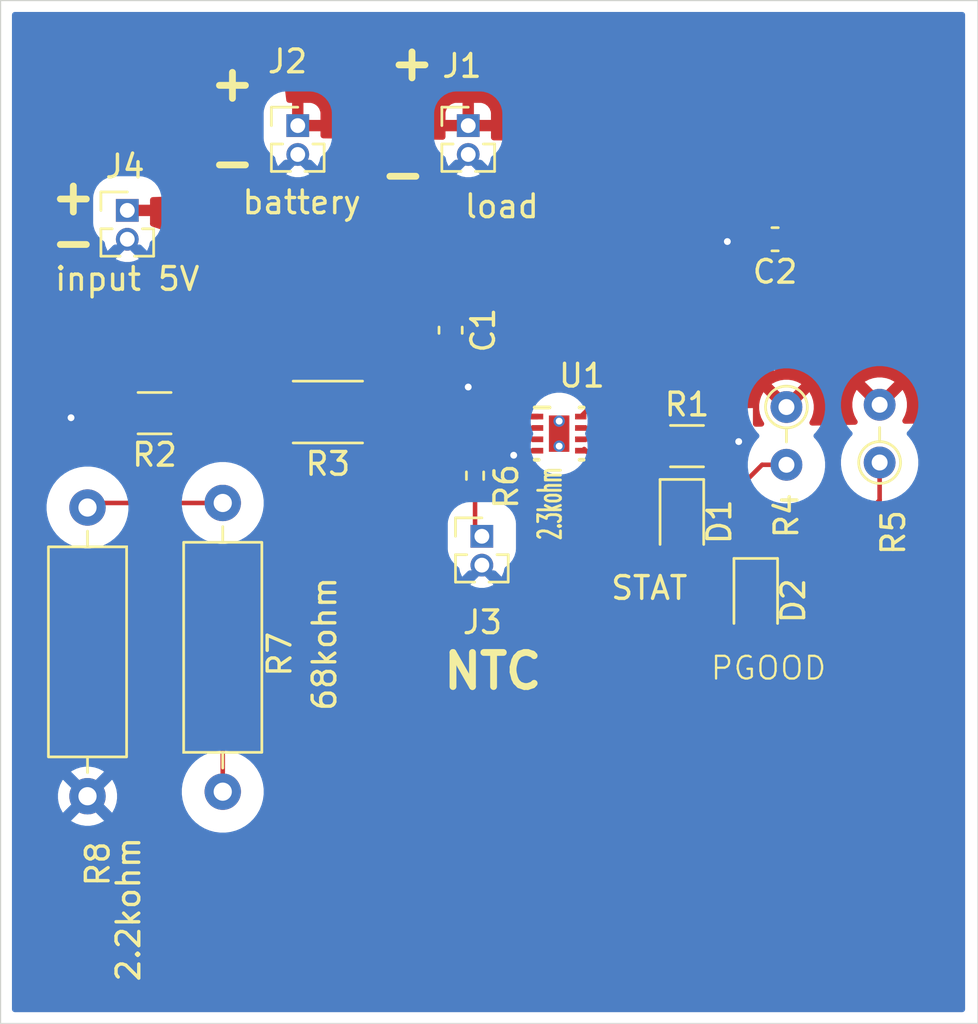
<source format=kicad_pcb>
(kicad_pcb (version 20241229) (generator "pcbnew") (generator_version "9.0")
  (layers (0 "F.Cu" signal) (2 "B.Cu" signal) (13 "F.Paste" user) (15 "B.Paste" user) (5 "F.SilkS" user "F.Silkscreen") (7 "B.SilkS" user "B.Silkscreen") (1 "F.Mask" user) (3 "B.Mask" user) (25 "Edge.Cuts" user))
  (net 0 "")
  (net 1 "+5V")
  (net 2 "GND")
  (net 3 "+3V6")
  (net 4 "Net-(J3-Pin_1)")
  (net 5 "/VSET")
  (net 6 "Net-(D1-A)")
  (net 7 "Net-(D1-K)")
  (net 8 "Net-(R7-Pad2)")
  (net 9 "Net-(R2-Pad1)")
  (net 10 "/ISET")
  (net 11 "/TS")
  (net 12 "Net-(D2-A)")
  (net 13 "Net-(D2-K)")
  (footprint "Capacitor_SMD:C_0603_1608Metric" (layer "F.Cu") (at 137.225 103 -90)
    (property "Reference" "C1" (at 0 -1.43 90) (layer "F.SilkS"))
    (property "Value" "C" (hide yes))
    (fp_line (start -0.14058 0.51) (end 0.14058 0.51) (stroke (width 0.12)) (layer "F.SilkS"))
    (fp_line (start -0.14058 -0.51) (end 0.14058 -0.51) (stroke (width 0.12)) (layer "F.SilkS"))
    (pad "1" smd roundrect (at -0.775 0 270) (size 0.9 0.95) (layers "F.Cu" "F.Mask" "F.Paste") (net 1 "+5V"))
    (pad "2" smd roundrect (at 0.775 0 270) (size 0.9 0.95) (layers "F.Cu" "F.Mask" "F.Paste") (net 2 "GND"))
  )
  (footprint "Resistor_SMD:R_1206_3216Metric" (layer "F.Cu") (at 147.625 108.1)
    (property "Reference" "R1" (at 0 -1.83 0) (layer "F.SilkS"))
    (property "Value" "R" (hide yes))
    (fp_line (start -0.727064 -0.91) (end 0.727064 -0.91) (stroke (width 0.12)) (layer "F.SilkS"))
    (fp_line (start -0.727064 0.91) (end 0.727064 0.91) (stroke (width 0.12)) (layer "F.SilkS"))
    (pad "1" smd roundrect (at -1.4625 0) (size 1.125 1.75) (layers "F.Cu" "F.Mask" "F.Paste") (roundrect_rratio 0.222222) (net 5 "/VSET"))
    (pad "2" smd roundrect (at 1.4625 0) (size 1.125 1.75) (layers "F.Cu" "F.Mask" "F.Paste") (roundrect_rratio 0.222222) (net 2 "GND"))
  )
  (footprint "bq25170:DSG0008A" (layer "F.Cu") (at 142 107.549996)
    (property "Reference" "U1" (at 1 -2.549996 0) (layer "F.SilkS"))
    (property "Value" "BQ25170DSGR")
    (fp_line (start -1.074999 -1.149998) (end -0.425 -1.149998) (stroke (width 0.17)) (layer "F.SilkS"))
    (fp_line (start -1.074999 1.150003) (end -0.900001 1.150003) (stroke (width 0.17)) (layer "F.SilkS"))
    (fp_line (start 0.900001 -1.149998) (end 1.074999 -1.149998) (stroke (width 0.17)) (layer "F.SilkS"))
    (fp_line (start 0.900001 1.150003) (end 1.074999 1.150003) (stroke (width 0.17)) (layer "F.SilkS"))
    (pad "1" smd rect (at -0.950001 -0.749998 90) (size 0.249999 0.499999) (layers "F.Cu" "F.Mask" "F.Paste") (net 1 "+5V"))
    (pad "2" smd rect (at -0.950001 -0.25 90) (size 0.249999 0.499999) (layers "F.Cu" "F.Mask" "F.Paste") (net 10 "/ISET"))
    (pad "3" smd rect (at -0.950001 0.250002 90) (size 0.249999 0.499999) (layers "F.Cu" "F.Mask" "F.Paste") (net 11 "/TS"))
    (pad "4" smd rect (at -0.950001 0.750001 90) (size 0.249999 0.499999) (layers "F.Cu" "F.Mask" "F.Paste") (net 2 "GND"))
    (pad "5" smd rect (at 0.950001 0.750001 90) (size 0.249999 0.499999) (layers "F.Cu" "F.Mask" "F.Paste") (net 13 "Net-(D2-K)"))
    (pad "6" smd rect (at 0.950001 0.250002 90) (size 0.249999 0.499999) (layers "F.Cu" "F.Mask" "F.Paste") (net 7 "Net-(D1-K)"))
    (pad "7" smd rect (at 0.950001 -0.25 90) (size 0.249999 0.499999) (layers "F.Cu" "F.Mask" "F.Paste") (net 5 "/VSET"))
    (pad "8" smd rect (at 0.950001 -0.749998 90) (size 0.249999 0.499999) (layers "F.Cu" "F.Mask" "F.Paste") (net 3 "+3V6"))
    (pad "9" smd rect (at 0 0) (size 0.900001 1.599999) (layers "F.Cu" "F.Mask" "F.Paste") (net 2 "GND"))
    (pad "10" thru_hole circle (at 0 -0.549996) (size 0.5 0.5) (drill 0.3) (layers "*.Cu" "*.Mask"))
    (pad "11" thru_hole circle (at 0 0.550001) (size 0.5 0.5) (drill 0.3) (layers "*.Cu" "*.Mask"))
  )
  (footprint "Resistor_THT:R_Axial_DIN0204_L3.6mm_D1.6mm_P2.54mm_Vertical" (layer "F.Cu") (at 156.1 108.82 90)
    (property "Reference" "R5" (at -3.08 0.6 90) (layer "F.SilkS"))
    (property "Value" "R")
    (fp_line (start 0.92 0) (end 1.54 0) (stroke (width 0.12)) (layer "F.SilkS"))
    (fp_circle (center 0 0) (end 0.92 0) (stroke (width 0.12)) (fill no) (layer "F.SilkS"))
    (pad "1" thru_hole circle (at 0 0 90) (size 1.4 1.4) (drill 0.7) (layers "*.Cu" "*.Mask") (net 12 "Net-(D2-A)"))
    (pad "2" thru_hole circle (at 2.54 0 90) (size 1.4 1.4) (drill 0.7) (layers "*.Cu" "*.Mask") (net 3 "+3V6"))
  )
  (footprint "Connector_PinHeader_1.27mm:PinHeader_1x02_P1.27mm_Vertical" (layer "F.Cu") (at 123 97.73)
    (property "Reference" "J4" (at -0.1 -1.93 0) (layer "F.SilkS"))
    (property "Value" "input 5V" (at 0 3.015 0) (layer "F.SilkS"))
    (fp_line (start -1.16 -0.81) (end 0 -0.81) (stroke (width 0.12)) (layer "F.SilkS"))
    (fp_line (start -1.16 0) (end -1.16 -0.81) (stroke (width 0.12)) (layer "F.SilkS"))
    (fp_line (start -1.16 0.81) (end -1.16 2.015) (stroke (width 0.12)) (layer "F.SilkS"))
    (fp_line (start -1.16 0.81) (end -0.666708 0.81) (stroke (width 0.12)) (layer "F.SilkS"))
    (fp_line (start -1.16 2.015) (end -0.317923 2.015) (stroke (width 0.12)) (layer "F.SilkS"))
    (fp_line (start 0.317923 2.015) (end 1.16 2.015) (stroke (width 0.12)) (layer "F.SilkS"))
    (fp_line (start 0.666708 0.81) (end 1.16 0.81) (stroke (width 0.12)) (layer "F.SilkS"))
    (fp_line (start 1.16 0.81) (end 1.16 2.015) (stroke (width 0.12)) (layer "F.SilkS"))
    (pad "1" thru_hole rect (at 0 0) (size 1 1) (drill 0.65) (layers "*.Cu" "*.Mask") (net 1 "+5V"))
    (pad "2" thru_hole circle (at 0 1.27) (size 1 1) (drill 0.65) (layers "*.Cu" "*.Mask") (net 2 "GND"))
  )
  (footprint "Resistor_THT:R_Axial_DIN0309_L9.0mm_D3.2mm_P12.70mm_Horizontal" (layer "F.Cu") (at 127.2 123.3 90)
    (property "Reference" "R7" (at 6.05 2.5 90) (layer "F.SilkS"))
    (property "Value" "68kohm" (at 6.5 4.475 90) (layer "F.SilkS"))
    (fp_line (start 11.66 0) (end 10.97 0) (stroke (width 0.12)) (layer "F.SilkS"))
    (fp_line (start 1.04 0) (end 1.73 0) (stroke (width 0.12)) (layer "F.SilkS"))
    (fp_rect (start 1.73 -1.72) (end 10.97 1.72) (stroke (width 0.12)) (fill no) (layer "F.SilkS"))
    (pad "1" thru_hole circle (at 0 0 90) (size 1.6 1.6) (drill 0.8) (layers "*.Cu" "*.Mask") (net 11 "/TS"))
    (pad "2" thru_hole circle (at 12.7 0 90) (size 1.6 1.6) (drill 0.8) (layers "*.Cu" "*.Mask") (net 8 "Net-(R7-Pad2)"))
  )
  (footprint "Capacitor_SMD:C_0603_1608Metric" (layer "F.Cu") (at 151.5 99 180)
    (property "Reference" "C2" (at 0 -1.43 0) (layer "F.SilkS"))
    (property "Value" "C" (hide yes))
    (fp_line (start -0.14058 0.51) (end 0.14058 0.51) (stroke (width 0.12)) (layer "F.SilkS"))
    (fp_line (start -0.14058 -0.51) (end 0.14058 -0.51) (stroke (width 0.12)) (layer "F.SilkS"))
    (pad "1" smd roundrect (at -0.775 0 180) (size 0.9 0.95) (layers "F.Cu" "F.Mask" "F.Paste") (net 3 "+3V6"))
    (pad "2" smd roundrect (at 0.775 0 180) (size 0.9 0.95) (layers "F.Cu" "F.Mask" "F.Paste") (net 2 "GND"))
  )
  (footprint "LED_SMD:LED_0805_2012Metric_Pad1.15x1.40mm_HandSolder" (layer "F.Cu") (at 147.4 111.425 -90)
    (property "Reference" "D1" (at 0 -1.65 90) (layer "F.SilkS"))
    (property "Value" "LED")
    (fp_line (start -1.86 0.96) (end 1 0.96) (stroke (width 0.12)) (layer "F.SilkS"))
    (fp_line (start -1.86 -0.96) (end -1.86 0.96) (stroke (width 0.12)) (layer "F.SilkS"))
    (fp_line (start 1 -0.96) (end -1.86 -0.96) (stroke (width 0.12)) (layer "F.SilkS"))
    (pad "1" smd roundrect (at -1.025 0 270) (size 1.15 1.4) (layers "F.Cu" "F.Mask" "F.Paste") (roundrect_rratio 0.217391) (net 7 "Net-(D1-K)"))
    (pad "2" smd roundrect (at 1.025 0 270) (size 1.15 1.4) (layers "F.Cu" "F.Mask" "F.Paste") (roundrect_rratio 0.217391) (net 6 "Net-(D1-A)"))
  )
  (footprint "Resistor_SMD:R_1206_3216Metric_Pad1.30x1.75mm_HandSolder" (layer "F.Cu") (at 124.2 106.65 180)
    (property "Reference" "R2" (at 0 -1.83 0) (layer "F.SilkS"))
    (property "Value" "R" (hide yes))
    (fp_line (start -0.727064 0.91) (end 0.727064 0.91) (stroke (width 0.12)) (layer "F.SilkS"))
    (fp_line (start -0.727064 -0.91) (end 0.727064 -0.91) (stroke (width 0.12)) (layer "F.SilkS"))
    (pad "1" smd roundrect (at -1.55 0 180) (size 1.3 1.75) (layers "F.Cu" "F.Mask" "F.Paste") (roundrect_rratio 0.192308) (net 9 "Net-(R2-Pad1)"))
    (pad "2" smd roundrect (at 1.55 0 180) (size 1.3 1.75) (layers "F.Cu" "F.Mask" "F.Paste") (roundrect_rratio 0.192308) (net 2 "GND"))
  )
  (footprint "Connector_PinHeader_1.27mm:PinHeader_1x02_P1.27mm_Vertical" (layer "F.Cu") (at 130.5 94)
    (property "Reference" "J2" (at -0.45 -2.825 0) (layer "F.SilkS"))
    (property "Value" "battery" (at 0.175 3.375 0) (layer "F.SilkS"))
    (fp_line (start -1.16 -0.81) (end 0 -0.81) (stroke (width 0.12)) (layer "F.SilkS"))
    (fp_line (start -1.16 0) (end -1.16 -0.81) (stroke (width 0.12)) (layer "F.SilkS"))
    (fp_line (start -1.16 0.81) (end -1.16 2.015) (stroke (width 0.12)) (layer "F.SilkS"))
    (fp_line (start -1.16 0.81) (end -0.666708 0.81) (stroke (width 0.12)) (layer "F.SilkS"))
    (fp_line (start -1.16 2.015) (end -0.317923 2.015) (stroke (width 0.12)) (layer "F.SilkS"))
    (fp_line (start 0.317923 2.015) (end 1.16 2.015) (stroke (width 0.12)) (layer "F.SilkS"))
    (fp_line (start 0.666708 0.81) (end 1.16 0.81) (stroke (width 0.12)) (layer "F.SilkS"))
    (fp_line (start 1.16 0.81) (end 1.16 2.015) (stroke (width 0.12)) (layer "F.SilkS"))
    (pad "1" thru_hole rect (at 0 0) (size 1 1) (drill 0.65) (layers "*.Cu" "*.Mask") (net 3 "+3V6"))
    (pad "2" thru_hole circle (at 0 1.27) (size 1 1) (drill 0.65) (layers "*.Cu" "*.Mask") (net 2 "GND"))
  )
  (footprint "Resistor_SMD:R_0402_1005Metric_Pad0.72x0.64mm_HandSolder" (layer "F.Cu") (at 138.3 109.4 -90)
    (property "Reference" "R6" (at 0.475 -1.375 90) (layer "F.SilkS"))
    (property "Value" "2.3kohm" (at 1.225 -3.3 90) (layer "F.SilkS") (effects (font (size 1 0.5) (thickness 0.125))))
    (fp_line (start -0.167621 0.38) (end 0.167621 0.38) (stroke (width 0.12)) (layer "F.SilkS"))
    (fp_line (start -0.167621 -0.38) (end 0.167621 -0.38) (stroke (width 0.12)) (layer "F.SilkS"))
    (pad "1" smd roundrect (at -0.5975 0 270) (size 0.715 0.64) (layers "F.Cu" "F.Mask" "F.Paste") (net 11 "/TS"))
    (pad "2" smd roundrect (at 0.5975 0 270) (size 0.715 0.64) (layers "F.Cu" "F.Mask" "F.Paste") (net 4 "Net-(J3-Pin_1)"))
  )
  (footprint "Resistor_SMD:R_2010_5025Metric_Pad1.40x2.65mm_HandSolder" (layer "F.Cu") (at 131.825 106.6 180)
    (property "Reference" "R3" (at 0 -2.28 0) (layer "F.SilkS"))
    (property "Value" "R" (hide yes))
    (fp_line (start -1.527064 1.36) (end 1.527064 1.36) (stroke (width 0.12)) (layer "F.SilkS"))
    (fp_line (start -1.527064 -1.36) (end 1.527064 -1.36) (stroke (width 0.12)) (layer "F.SilkS"))
    (pad "1" smd roundrect (at -2.4 0 180) (size 1.4 2.65) (layers "F.Cu" "F.Mask" "F.Paste") (roundrect_rratio 0.178571) (net 10 "/ISET"))
    (pad "2" smd roundrect (at 2.4 0 180) (size 1.4 2.65) (layers "F.Cu" "F.Mask" "F.Paste") (roundrect_rratio 0.178571) (net 9 "Net-(R2-Pad1)"))
  )
  (footprint "Connector_PinHeader_1.27mm:PinHeader_1x02_P1.27mm_Vertical" (layer "F.Cu") (at 138.6 112.065)
    (property "Reference" "J3" (at 0.025 3.785 0) (layer "F.SilkS"))
    (property "Value" "input 5V" (hide yes))
    (fp_line (start -1.16 -0.81) (end 0 -0.81) (stroke (width 0.12)) (layer "F.SilkS"))
    (fp_line (start -1.16 0) (end -1.16 -0.81) (stroke (width 0.12)) (layer "F.SilkS"))
    (fp_line (start -1.16 0.81) (end -1.16 2.015) (stroke (width 0.12)) (layer "F.SilkS"))
    (fp_line (start -1.16 0.81) (end -0.666708 0.81) (stroke (width 0.12)) (layer "F.SilkS"))
    (fp_line (start -1.16 2.015) (end -0.317923 2.015) (stroke (width 0.12)) (layer "F.SilkS"))
    (fp_line (start 0.317923 2.015) (end 1.16 2.015) (stroke (width 0.12)) (layer "F.SilkS"))
    (fp_line (start 0.666708 0.81) (end 1.16 0.81) (stroke (width 0.12)) (layer "F.SilkS"))
    (fp_line (start 1.16 0.81) (end 1.16 2.015) (stroke (width 0.12)) (layer "F.SilkS"))
    (pad "1" thru_hole rect (at 0 0) (size 1 1) (drill 0.65) (layers "*.Cu" "*.Mask") (net 4 "Net-(J3-Pin_1)"))
    (pad "2" thru_hole circle (at 0 1.27) (size 1 1) (drill 0.65) (layers "*.Cu" "*.Mask") (net 2 "GND"))
  )
  (footprint "Resistor_THT:R_Axial_DIN0204_L3.6mm_D1.6mm_P2.54mm_Vertical" (layer "F.Cu") (at 152 106.38 -90)
    (property "Reference" "R4" (at 4.78 0 90) (layer "F.SilkS"))
    (property "Value" "R")
    (fp_line (start 0.92 0) (end 1.54 0) (stroke (width 0.12)) (layer "F.SilkS"))
    (fp_circle (center 0 0) (end 0.92 0) (stroke (width 0.12)) (fill no) (layer "F.SilkS"))
    (pad "1" thru_hole circle (at 0 0 270) (size 1.4 1.4) (drill 0.7) (layers "*.Cu" "*.Mask") (net 3 "+3V6"))
    (pad "2" thru_hole circle (at 2.54 0 270) (size 1.4 1.4) (drill 0.7) (layers "*.Cu" "*.Mask") (net 6 "Net-(D1-A)"))
  )
  (footprint "LED_SMD:LED_0805_2012Metric_Pad1.15x1.40mm_HandSolder" (layer "F.Cu") (at 150.65 114.9 -90)
    (property "Reference" "D2" (at 0 -1.65 90) (layer "F.SilkS"))
    (property "Value" "LED")
    (fp_line (start -1.86 0.96) (end 1 0.96) (stroke (width 0.12)) (layer "F.SilkS"))
    (fp_line (start -1.86 -0.96) (end -1.86 0.96) (stroke (width 0.12)) (layer "F.SilkS"))
    (fp_line (start 1 -0.96) (end -1.86 -0.96) (stroke (width 0.12)) (layer "F.SilkS"))
    (pad "1" smd roundrect (at -1.025 0 270) (size 1.15 1.4) (layers "F.Cu" "F.Mask" "F.Paste") (roundrect_rratio 0.217391) (net 13 "Net-(D2-K)"))
    (pad "2" smd roundrect (at 1.025 0 270) (size 1.15 1.4) (layers "F.Cu" "F.Mask" "F.Paste") (roundrect_rratio 0.217391) (net 12 "Net-(D2-A)"))
  )
  (footprint "Connector_PinHeader_1.27mm:PinHeader_1x02_P1.27mm_Vertical" (layer "F.Cu") (at 138 94)
    (property "Reference" "J1" (at -0.275 -2.625 0) (layer "F.SilkS"))
    (property "Value" "load" (at 1.475 3.55 0) (layer "F.SilkS"))
    (fp_line (start -1.16 -0.81) (end 0 -0.81) (stroke (width 0.12)) (layer "F.SilkS"))
    (fp_line (start -1.16 0) (end -1.16 -0.81) (stroke (width 0.12)) (layer "F.SilkS"))
    (fp_line (start -1.16 0.81) (end -1.16 2.015) (stroke (width 0.12)) (layer "F.SilkS"))
    (fp_line (start -1.16 0.81) (end -0.666708 0.81) (stroke (width 0.12)) (layer "F.SilkS"))
    (fp_line (start -1.16 2.015) (end -0.317923 2.015) (stroke (width 0.12)) (layer "F.SilkS"))
    (fp_line (start 0.317923 2.015) (end 1.16 2.015) (stroke (width 0.12)) (layer "F.SilkS"))
    (fp_line (start 0.666708 0.81) (end 1.16 0.81) (stroke (width 0.12)) (layer "F.SilkS"))
    (fp_line (start 1.16 0.81) (end 1.16 2.015) (stroke (width 0.12)) (layer "F.SilkS"))
    (pad "1" thru_hole rect (at 0 0) (size 1 1) (drill 0.65) (layers "*.Cu" "*.Mask") (net 3 "+3V6"))
    (pad "2" thru_hole circle (at 0 1.27) (size 1 1) (drill 0.65) (layers "*.Cu" "*.Mask") (net 2 "GND"))
  )
  (footprint "Resistor_THT:R_Axial_DIN0309_L9.0mm_D3.2mm_P12.70mm_Horizontal" (layer "F.Cu") (at 121.25 110.8 -90)
    (property "Reference" "R8" (at 15.675 -0.45 90) (layer "F.SilkS"))
    (property "Value" "2.2kohm" (at 17.675 -1.8 90) (layer "F.SilkS"))
    (fp_line (start 1.04 0) (end 1.73 0) (stroke (width 0.12)) (layer "F.SilkS"))
    (fp_line (start 11.66 0) (end 10.97 0) (stroke (width 0.12)) (layer "F.SilkS"))
    (fp_rect (start 1.73 -1.72) (end 10.97 1.72) (stroke (width 0.12)) (fill no) (layer "F.SilkS"))
    (pad "1" thru_hole circle (at 0 0 270) (size 1.6 1.6) (drill 0.8) (layers "*.Cu" "*.Mask") (net 8 "Net-(R7-Pad2)"))
    (pad "2" thru_hole circle (at 12.7 0 270) (size 1.6 1.6) (drill 0.8) (layers "*.Cu" "*.Mask") (net 2 "GND"))
  )
  (gr_rect (start 117.425 88.5) (end 160.425 133.5) (stroke (width 0.05)) (fill no) (layer "Edge.Cuts"))
  (gr_text "-" (at 134 97 0) (layer "F.SilkS") (effects (font (size 1.5 1.5) (thickness 0.3) (bold yes)) (justify left bottom)))
  (gr_text "PGOOD" (at 148.6 118.45 0) (layer "F.SilkS") (effects (font (size 1 1) (thickness 0.1)) (justify left bottom)))
  (gr_text "-" (at 126.5 96.5 0) (layer "F.SilkS") (effects (font (size 1.5 1.5) (thickness 0.3) (bold yes)) (justify left bottom)))
  (gr_text "NTC" (at 136.775 118.875 0) (layer "F.SilkS") (effects (font (size 1.5 1.5) (thickness 0.3) (bold yes)) (justify left bottom)))
  (gr_text "+" (at 126.5 93 0) (layer "F.SilkS") (effects (font (size 1.5 1.5) (thickness 0.3) (bold yes)) (justify left bottom)))
  (gr_text "STAT" (at 144.2 114.925 0) (layer "F.SilkS") (effects (font (size 1 1)) (justify left bottom)))
  (gr_text "+" (at 119.5 98 0) (layer "F.SilkS") (effects (font (size 1.5 1.5) (thickness 0.3) (bold yes)) (justify left bottom)))
  (gr_text "-" (at 119.5 100 0) (layer "F.SilkS") (effects (font (size 1.5 1.5) (thickness 0.3) (bold yes)) (justify left bottom)))
  (gr_text "+" (at 134.4 92.1 0) (layer "F.SilkS") (effects (font (size 1.5 1.5) (thickness 0.3) (bold yes)) (justify left bottom)))
  (segment (start 141.049999 106.799998) (end 140.599998 106.799998) (width 0.25) (layer "F.Cu") (net 1))
  (segment (start 140.599998 106.799998) (end 140.15 106.35) (width 0.25) (layer "F.Cu") (net 1))
  (segment (start 137.225 101.775) (end 137.225 102.225) (width 0.2) (layer "F.Cu") (net 1))
  (segment (start 137.225 103.775) (end 137.225 104.725) (width 0.2) (layer "F.Cu") (net 2))
  (segment (start 122.65 106.65) (end 120.725 106.65) (width 0.2) (layer "F.Cu") (net 2))
  (segment (start 148.3625 107.8) (end 149.8 107.8) (width 0.2) (layer "F.Cu") (net 2))
  (segment (start 120.725 106.65) (end 120.525 106.85) (width 0.2) (layer "F.Cu") (net 2))
  (segment (start 141.049999 108.299997) (end 140.200003 108.299997) (width 0.2) (layer "F.Cu") (net 2))
  (segment (start 137.225 104.725) (end 138 105.5) (width 0.2) (layer "F.Cu") (net 2))
  (segment (start 140.200003 108.299997) (end 140 108.5) (width 0.2) (layer "F.Cu") (net 2))
  (segment (start 150.625 99.1) (end 150.725 99) (width 0.2) (layer "F.Cu") (net 2))
  (segment (start 149.4 99.1) (end 150.625 99.1) (width 0.2) (layer "F.Cu") (net 2))
  (segment (start 149.8 107.8) (end 149.9 107.9) (width 0.2) (layer "F.Cu") (net 2))
  (via (at 140 108.5) (size 0.6) (drill 0.3) (layers "F.Cu" "B.Cu") (net 2))
  (via (at 120.525 106.85) (size 0.6) (drill 0.3) (layers "F.Cu" "B.Cu") (net 2))
  (via (at 138 105.5) (size 0.6) (drill 0.3) (layers "F.Cu" "B.Cu") (net 2))
  (via (at 149.9 107.9) (size 0.6) (drill 0.3) (layers "F.Cu" "B.Cu") (net 2))
  (via (at 149.4 99.1) (size 0.6) (drill 0.3) (layers "F.Cu" "B.Cu") (net 2))
  (segment (start 143.474999 106.275) (end 143.575 106.275) (width 0.2) (layer "F.Cu") (net 3))
  (segment (start 142.950001 106.799998) (end 143.474999 106.275) (width 0.2) (layer "F.Cu") (net 3))
  (segment (start 138.3 111.765) (end 138.6 112.065) (width 0.2) (layer "F.Cu") (net 4))
  (segment (start 138.3 109.9975) (end 138.3 111.765) (width 0.2) (layer "F.Cu") (net 4))
  (segment (start 145.362496 107.299996) (end 146.1625 108.1) (width 0.2) (layer "F.Cu") (net 5))
  (segment (start 142.950001 107.299996) (end 145.362496 107.299996) (width 0.2) (layer "F.Cu") (net 5))
  (segment (start 150.93 108.92) (end 147.4 112.45) (width 0.2) (layer "F.Cu") (net 6))
  (segment (start 152 108.92) (end 150.93 108.92) (width 0.2) (layer "F.Cu") (net 6))
  (segment (start 146.027002 110.4) (end 143.427 107.799998) (width 0.2) (layer "F.Cu") (net 7))
  (segment (start 147.4 110.4) (end 146.027002 110.4) (width 0.2) (layer "F.Cu") (net 7))
  (segment (start 143.427 107.799998) (end 142.950001 107.799998) (width 0.2) (layer "F.Cu") (net 7))
  (segment (start 121.65 110.4) (end 121.25 110.8) (width 0.2) (layer "F.Cu") (net 8))
  (segment (start 127.2 110.6) (end 121.45 110.6) (width 0.2) (layer "F.Cu") (net 8))
  (segment (start 121.45 110.6) (end 121.25 110.8) (width 0.2) (layer "F.Cu") (net 8))
  (segment (start 129.425 106.6) (end 125.8 106.6) (width 0.2) (layer "F.Cu") (net 9))
  (segment (start 125.8 106.6) (end 125.75 106.65) (width 0.2) (layer "F.Cu") (net 9))
  (segment (start 134.924996 107.299996) (end 134.225 106.6) (width 0.2) (layer "F.Cu") (net 10))
  (segment (start 141.049999 107.299996) (end 134.924996 107.299996) (width 0.2) (layer "F.Cu") (net 10))
  (segment (start 138.3 108.8025) (end 139.302502 107.799998) (width 0.2) (layer "F.Cu") (net 11))
  (segment (start 138.0725 108.8025) (end 138.3 108.8025) (width 0.2) (layer "F.Cu") (net 11))
  (segment (start 138.3 108.45) (end 138.3 108.8025) (width 0.2) (layer "F.Cu") (net 11))
  (segment (start 139.302502 107.799998) (end 141.049999 107.799998) (width 0.2) (layer "F.Cu") (net 11))
  (segment (start 127.2 119.675) (end 138.0725 108.8025) (width 0.2) (layer "F.Cu") (net 11))
  (segment (start 127.2 123.3) (end 127.2 119.675) (width 0.2) (layer "F.Cu") (net 11))
  (segment (start 156.1 110.475) (end 156.1 108.82) (width 0.2) (layer "F.Cu") (net 12))
  (segment (start 150.65 115.925) (end 156.1 110.475) (width 0.2) (layer "F.Cu") (net 12))
  (segment (start 150.55 113.975) (end 143.9 113.975) (width 0.2) (layer "F.Cu") (net 13))
  (segment (start 143.9 113.975) (end 143.9 109.025) (width 0.2) (layer "F.Cu") (net 13))
  (segment (start 150.65 113.875) (end 150.55 113.975) (width 0.2) (layer "F.Cu") (net 13))
  (segment (start 143.9 109.025) (end 143.100997 108.225997) (width 0.2) (layer "F.Cu") (net 13))
  (zone (net 3) (net_name "+3V6") (layer "F.Cu") (priority 2) (connect_pads (clearance 0.5)) (min_thickness 0.25) (fill yes (thermal_gap 0.5) (thermal_bridge_width 0.5))
    (polygon (pts (xy 150.525 107.25) (xy 158.025 107.1) (xy 158.35 97.475) (xy 151.75 97.6) (xy 151.5 104.775) (xy 143.225 104.9) (xy 143.425 106.6) (xy 150.525 106.425)))
  )
  (zone (net 1) (net_name "+5V") (layer "F.Cu") (priority 4) (connect_pads (clearance 0.5)) (min_thickness 0.25) (fill yes (thermal_gap 0.25) (thermal_bridge_width 0.5))
    (polygon (pts (xy 139.5 103) (xy 140.475 106.65) (xy 138.825 106.6) (xy 138.775 103.55) (xy 138.35 103.375) (xy 138.375 103)))
  )
  (zone (net 1) (net_name "+5V") (layer "F.Cu") (connect_pads (clearance 0.5)) (min_thickness 0.25) (fill yes (thermal_gap 0.5) (thermal_bridge_width 0.5))
    (polygon (pts (xy 122.5 98.3) (xy 122.5 97.2) (xy 131.975 96.875) (xy 139.5 101.8) (xy 139.5 103) (xy 136.5 103) (xy 136.65 102.625) (xy 124.05 98.425)))
  )
  (zone (net 3) (net_name "+3V6") (layer "F.Cu") (priority 3) (connect_pads (clearance 0.5)) (min_thickness 0.25) (fill yes (thermal_gap 0.5) (thermal_bridge_width 0.5))
    (polygon (pts (xy 158.35 97.569974) (xy 151.75 97.694974) (xy 151.575 94.794974) (xy 130 94.543303) (xy 130 92.919974) (xy 129.925 92.325) (xy 158.35 92.619974)))
  )
  (zone (net 2) (net_name "GND") (layer "B.Cu") (priority 1) (connect_pads (clearance 1)) (min_thickness 0.25) (fill yes (thermal_gap 0.5) (thermal_bridge_width 0.5))
    (polygon (pts (xy 117.861117 89) (xy 159.861117 89) (xy 159.861117 133) (xy 117.861117 133)))
  )
)
</source>
